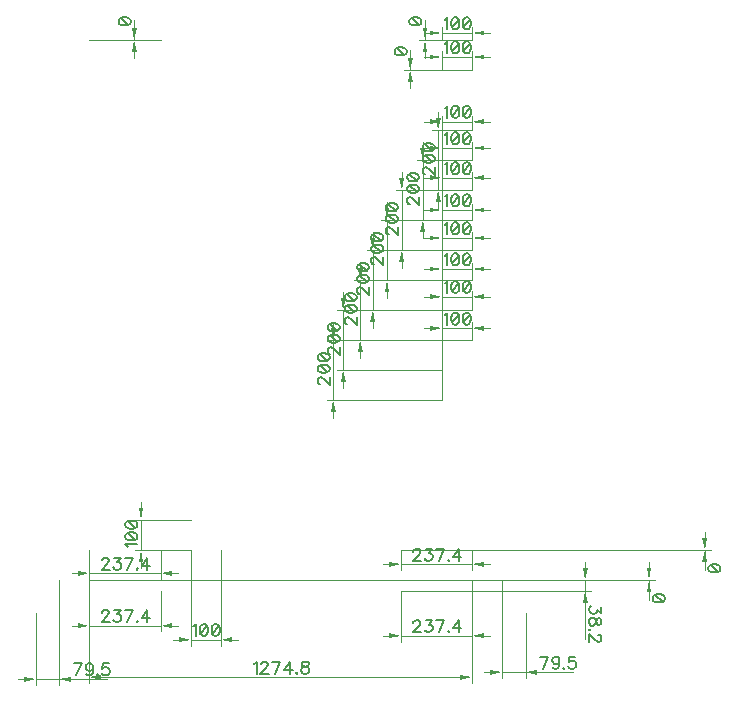
<source format=gbr>
G04 DipTrace 3.0.0.1*
G04 TopDimension.gbr*
%MOIN*%
G04 #@! TF.FileFunction,Drawing,Top*
G04 #@! TF.Part,Single*
%ADD13C,0.001378*%
%ADD40C,0.006176*%
%FSLAX26Y26*%
G04*
G70*
G90*
G75*
G01*
G04 TopDimension*
%LPD*%
X573229Y505118D2*
D13*
Y160630D1*
X1848032Y505118D2*
Y160630D1*
X1210630Y180315D2*
X612599D1*
G36*
X573229D2*
X612599Y188189D1*
Y172441D1*
X573229Y180315D1*
G37*
X1210630D2*
D13*
X1808662D1*
G36*
X1848032D2*
X1808662Y172441D1*
Y188189D1*
X1848032Y180315D1*
G37*
X573229Y505118D2*
D13*
X2458662D1*
X1848032D2*
X2458662D1*
X2438977D2*
D3*
Y564173D2*
Y544488D1*
G36*
Y505118D2*
X2431103Y544488D1*
X2446851D1*
X2438977Y505118D1*
G37*
Y446063D2*
D13*
Y465748D1*
G36*
Y505118D2*
X2446851Y465748D1*
X2431103D1*
X2438977Y505118D1*
G37*
Y438954D2*
D13*
Y505118D1*
X473229D2*
Y154331D1*
X393701Y393701D2*
Y154331D1*
Y174016D2*
X473229D1*
X334646D2*
X354331D1*
G36*
X393701D2*
X354331Y166142D1*
Y181890D1*
X393701Y174016D1*
G37*
X532284D2*
D13*
X512599D1*
G36*
X473229D2*
X512599Y181890D1*
Y166142D1*
X473229Y174016D1*
G37*
X631982D2*
D13*
X473229D1*
X1948032Y505118D2*
Y176772D1*
X2027559Y393701D2*
Y176772D1*
X1948032Y196457D2*
X2027559D1*
X1888977D2*
X1908662D1*
G36*
X1948032D2*
X1908662Y188583D1*
Y204331D1*
X1948032Y196457D1*
G37*
X2086614D2*
D13*
X2066929D1*
G36*
X2027559D2*
X2066929Y204331D1*
Y188583D1*
X2027559Y196457D1*
G37*
X2186313D2*
D13*
X2027559D1*
X910630Y605118D2*
Y285827D1*
X1010630Y605118D2*
Y285827D1*
X910630Y305512D2*
X1010630D1*
X851575D2*
X871260D1*
G36*
X910630D2*
X871260Y297638D1*
Y313386D1*
X910630Y305512D1*
G37*
X1069685D2*
D13*
X1050000D1*
G36*
X1010630D2*
X1050000Y313386D1*
Y297638D1*
X1010630Y305512D1*
G37*
X910630Y705118D2*
D13*
X725591D1*
X910630Y605118D2*
X725591D1*
X745276Y705118D2*
Y605118D1*
Y764173D2*
Y744488D1*
G36*
Y705118D2*
X737402Y744488D1*
X753150D1*
X745276Y705118D1*
G37*
Y546063D2*
D13*
Y565748D1*
G36*
Y605118D2*
X753150Y565748D1*
X737402D1*
X745276Y605118D1*
G37*
X1748032Y2305118D2*
D13*
Y2347638D1*
X1848032Y2305118D2*
Y2347638D1*
X1748032Y2327953D2*
X1848032D1*
X1688977D2*
X1708662D1*
G36*
X1748032D2*
X1708662Y2320079D1*
Y2335827D1*
X1748032Y2327953D1*
G37*
X1907087D2*
D13*
X1887402D1*
G36*
X1848032D2*
X1887402Y2335827D1*
Y2320079D1*
X1848032Y2327953D1*
G37*
X1748032Y2205118D2*
D13*
Y2267717D1*
X1848032Y2205118D2*
Y2267717D1*
X1748032Y2248032D2*
X1848032D1*
X1688977D2*
X1708662D1*
G36*
X1748032D2*
X1708662Y2240158D1*
Y2255906D1*
X1748032Y2248032D1*
G37*
X1907087D2*
D13*
X1887402D1*
G36*
X1848032D2*
X1887402Y2255906D1*
Y2240158D1*
X1848032Y2248032D1*
G37*
X1748032Y1805118D2*
D13*
Y2052362D1*
X1848032Y2005118D2*
Y2052362D1*
X1748032Y2032677D2*
X1848032D1*
X1688977D2*
X1708662D1*
G36*
X1748032D2*
X1708662Y2024803D1*
Y2040551D1*
X1748032Y2032677D1*
G37*
X1907087D2*
D13*
X1887402D1*
G36*
X1848032D2*
X1887402Y2040551D1*
Y2024803D1*
X1848032Y2032677D1*
G37*
X1748032Y1705118D2*
D13*
Y1964173D1*
X1848032Y1905118D2*
Y1964173D1*
X1748032Y1944488D2*
X1848032D1*
X1688977D2*
X1708662D1*
G36*
X1748032D2*
X1708662Y1936614D1*
Y1952362D1*
X1748032Y1944488D1*
G37*
X1907087D2*
D13*
X1887402D1*
G36*
X1848032D2*
X1887402Y1952362D1*
Y1936614D1*
X1848032Y1944488D1*
G37*
X1748032Y1605118D2*
D13*
Y1864961D1*
X1848032Y1805118D2*
Y1864961D1*
X1748032Y1845276D2*
X1848032D1*
X1688977D2*
X1708662D1*
G36*
X1748032D2*
X1708662Y1837402D1*
Y1853150D1*
X1748032Y1845276D1*
G37*
X1907087D2*
D13*
X1887402D1*
G36*
X1848032D2*
X1887402Y1853150D1*
Y1837402D1*
X1848032Y1845276D1*
G37*
X1748032Y1505118D2*
D13*
Y1757874D1*
X1848032Y1705118D2*
Y1757874D1*
X1748032Y1738189D2*
X1848032D1*
X1688977D2*
X1708662D1*
G36*
X1748032D2*
X1708662Y1730315D1*
Y1746063D1*
X1748032Y1738189D1*
G37*
X1907087D2*
D13*
X1887402D1*
G36*
X1848032D2*
X1887402Y1746063D1*
Y1730315D1*
X1848032Y1738189D1*
G37*
X1610630Y605118D2*
D13*
Y537008D1*
X1848032Y605118D2*
Y537008D1*
X1610630Y556693D2*
X1848032D1*
X1551575D2*
X1571260D1*
G36*
X1610630D2*
X1571260Y548819D1*
Y564567D1*
X1610630Y556693D1*
G37*
X1907087D2*
D13*
X1887402D1*
G36*
X1848032D2*
X1887402Y564567D1*
Y548819D1*
X1848032Y556693D1*
G37*
X810630Y605118D2*
D13*
Y507481D1*
X573229Y605118D2*
Y507481D1*
Y527166D2*
X810630D1*
X514173D2*
X533858D1*
G36*
X573229D2*
X533858Y519292D1*
Y535040D1*
X573229Y527166D1*
G37*
X869685D2*
D13*
X850000D1*
G36*
X810630D2*
X850000Y535040D1*
Y519292D1*
X810630Y527166D1*
G37*
Y2305118D2*
D13*
X703544D1*
X573229D2*
X742914D1*
X723229D2*
D3*
Y2364173D2*
Y2344488D1*
G36*
Y2305118D2*
X715355Y2344488D1*
X731103D1*
X723229Y2305118D1*
G37*
Y2246063D2*
D13*
Y2265748D1*
G36*
Y2305118D2*
X731103Y2265748D1*
X715355D1*
X723229Y2305118D1*
G37*
Y2371283D2*
D13*
Y2305118D1*
X1610630Y605118D2*
X2643701D1*
X1848032D2*
X2643701D1*
X2624016D2*
D3*
Y664173D2*
Y644488D1*
G36*
Y605118D2*
X2616142Y644488D1*
X2631890D1*
X2624016Y605118D1*
G37*
Y546063D2*
D13*
Y565748D1*
G36*
Y605118D2*
X2631890Y565748D1*
X2616142D1*
X2624016Y605118D1*
G37*
Y538954D2*
D13*
Y605118D1*
X1748032Y1405118D2*
Y1663780D1*
X1848032Y1605118D2*
Y1663780D1*
X1748032Y1644095D2*
X1848032D1*
X1688977D2*
X1708662D1*
G36*
X1748032D2*
X1708662Y1636221D1*
Y1651969D1*
X1748032Y1644095D1*
G37*
X1907087D2*
D13*
X1887402D1*
G36*
X1848032D2*
X1887402Y1651969D1*
Y1636221D1*
X1848032Y1644095D1*
G37*
X1748032Y1305118D2*
D13*
Y1561024D1*
X1848032Y1505118D2*
Y1561024D1*
X1748032Y1541339D2*
X1848032D1*
X1688977D2*
X1708662D1*
G36*
X1748032D2*
X1708662Y1533465D1*
Y1549213D1*
X1748032Y1541339D1*
G37*
X1907087D2*
D13*
X1887402D1*
G36*
X1848032D2*
X1887402Y1549213D1*
Y1533465D1*
X1848032Y1541339D1*
G37*
X1748032Y1205118D2*
D13*
Y1468504D1*
X1848032Y1405118D2*
Y1468504D1*
X1748032Y1448819D2*
X1848032D1*
X1688977D2*
X1708662D1*
G36*
X1748032D2*
X1708662Y1440945D1*
Y1456693D1*
X1748032Y1448819D1*
G37*
X1907087D2*
D13*
X1887402D1*
G36*
X1848032D2*
X1887402Y1456693D1*
Y1440945D1*
X1848032Y1448819D1*
G37*
X1748032Y1105118D2*
D13*
Y1363386D1*
X1848032Y1305118D2*
Y1363386D1*
X1748032Y1343701D2*
X1848032D1*
X1688977D2*
X1708662D1*
G36*
X1748032D2*
X1708662Y1335827D1*
Y1351575D1*
X1748032Y1343701D1*
G37*
X1907087D2*
D13*
X1887402D1*
G36*
X1848032D2*
X1887402Y1351575D1*
Y1335827D1*
X1848032Y1343701D1*
G37*
X1748032Y2305118D2*
D13*
X1672047D1*
X1848032D2*
X1672047D1*
X1691732D2*
D3*
Y2364173D2*
Y2344488D1*
G36*
Y2305118D2*
X1683858Y2344488D1*
X1699607D1*
X1691732Y2305118D1*
G37*
Y2246063D2*
D13*
Y2265748D1*
G36*
Y2305118D2*
X1699607Y2265748D1*
X1683858D1*
X1691732Y2305118D1*
G37*
Y2371283D2*
D13*
Y2305118D1*
X1848032Y2205118D2*
X1623229D1*
X1748032D2*
X1623229D1*
X1642914D2*
D3*
Y2264173D2*
Y2244488D1*
G36*
Y2205118D2*
X1635040Y2244488D1*
X1650788D1*
X1642914Y2205118D1*
G37*
Y2146063D2*
D13*
Y2165748D1*
G36*
Y2205118D2*
X1650788Y2165748D1*
X1635040D1*
X1642914Y2205118D1*
G37*
Y2271283D2*
D13*
Y2205118D1*
X1848032Y2005118D2*
X1716536D1*
X1748032Y1805118D2*
X1716536D1*
X1736221Y2005118D2*
Y1805118D1*
Y2064173D2*
Y2044488D1*
G36*
Y2005118D2*
X1728347Y2044488D1*
X1744095D1*
X1736221Y2005118D1*
G37*
Y1746063D2*
D13*
Y1765748D1*
G36*
Y1805118D2*
X1744095Y1765748D1*
X1728347D1*
X1736221Y1805118D1*
G37*
X1848032Y1905118D2*
D13*
X1664567D1*
X1748032Y1705118D2*
X1664567D1*
X1684252Y1905118D2*
Y1705118D1*
Y1964173D2*
Y1944488D1*
G36*
Y1905118D2*
X1676378Y1944488D1*
X1692126D1*
X1684252Y1905118D1*
G37*
Y1646063D2*
D13*
Y1665748D1*
G36*
Y1705118D2*
X1692126Y1665748D1*
X1676378D1*
X1684252Y1705118D1*
G37*
X1848032Y1805118D2*
D13*
X1594095D1*
X1748032Y1605118D2*
X1594095D1*
X1613780Y1805118D2*
Y1605118D1*
Y1864173D2*
Y1844488D1*
G36*
Y1805118D2*
X1605906Y1844488D1*
X1621654D1*
X1613780Y1805118D1*
G37*
Y1546063D2*
D13*
Y1565748D1*
G36*
Y1605118D2*
X1621654Y1565748D1*
X1605906D1*
X1613780Y1605118D1*
G37*
X1848032Y1705118D2*
D13*
X1545276D1*
X1748032Y1505118D2*
X1545276D1*
X1564961Y1705118D2*
Y1505118D1*
Y1764173D2*
Y1744488D1*
G36*
Y1705118D2*
X1557087Y1744488D1*
X1572835D1*
X1564961Y1705118D1*
G37*
Y1446063D2*
D13*
Y1465748D1*
G36*
Y1505118D2*
X1572835Y1465748D1*
X1557087D1*
X1564961Y1505118D1*
G37*
X1848032Y1605118D2*
D13*
X1498032D1*
X1748032Y1405118D2*
X1498032D1*
X1517717Y1605118D2*
Y1405118D1*
Y1664173D2*
Y1644488D1*
G36*
Y1605118D2*
X1509843Y1644488D1*
X1525591D1*
X1517717Y1605118D1*
G37*
Y1346063D2*
D13*
Y1365748D1*
G36*
Y1405118D2*
X1525591Y1365748D1*
X1509843D1*
X1517717Y1405118D1*
G37*
X1848032Y1505118D2*
D13*
X1456693D1*
X1748032Y1305118D2*
X1456693D1*
X1476378Y1505118D2*
Y1305118D1*
Y1564173D2*
Y1544488D1*
G36*
Y1505118D2*
X1468504Y1544488D1*
X1484252D1*
X1476378Y1505118D1*
G37*
Y1246063D2*
D13*
Y1265748D1*
G36*
Y1305118D2*
X1484252Y1265748D1*
X1468504D1*
X1476378Y1305118D1*
G37*
X1848032Y1405118D2*
D13*
X1400000D1*
X1748032Y1205118D2*
X1400000D1*
X1419685Y1405118D2*
Y1205118D1*
Y1464173D2*
Y1444488D1*
G36*
Y1405118D2*
X1411811Y1444488D1*
X1427559D1*
X1419685Y1405118D1*
G37*
Y1146063D2*
D13*
Y1165748D1*
G36*
Y1205118D2*
X1427559Y1165748D1*
X1411811D1*
X1419685Y1205118D1*
G37*
X1848032Y1305118D2*
D13*
X1366536D1*
X1748032Y1105118D2*
X1366536D1*
X1386221Y1305118D2*
Y1105118D1*
Y1364173D2*
Y1344488D1*
G36*
Y1305118D2*
X1378347Y1344488D1*
X1394095D1*
X1386221Y1305118D1*
G37*
Y1046063D2*
D13*
Y1065748D1*
G36*
Y1105118D2*
X1394095Y1065748D1*
X1378347D1*
X1386221Y1105118D1*
G37*
X1848032Y505118D2*
D13*
X2246457D1*
X1610630Y466929D2*
X2246457D1*
X2226772Y505118D2*
Y466929D1*
Y564173D2*
Y544488D1*
G36*
Y505118D2*
X2218898Y544488D1*
X2234646D1*
X2226772Y505118D1*
G37*
Y407874D2*
D13*
Y427559D1*
G36*
Y466929D2*
X2234646Y427559D1*
X2218898D1*
X2226772Y466929D1*
G37*
Y306319D2*
D13*
Y505118D1*
X810630Y466929D2*
Y333071D1*
X573229Y505118D2*
Y333071D1*
Y352756D2*
X810630D1*
X514173D2*
X533858D1*
G36*
X573229D2*
X533858Y344882D1*
Y360630D1*
X573229Y352756D1*
G37*
X869685D2*
D13*
X850000D1*
G36*
X810630D2*
X850000Y360630D1*
Y344882D1*
X810630Y352756D1*
G37*
X1610630Y466929D2*
D13*
Y299213D1*
X1848032Y505118D2*
Y299213D1*
X1610630Y318898D2*
X1848032D1*
X1551575D2*
X1571260D1*
G36*
X1610630D2*
X1571260Y311024D1*
Y326772D1*
X1610630Y318898D1*
G37*
X1907087D2*
D13*
X1887402D1*
G36*
X1848032D2*
X1887402Y326772D1*
Y311024D1*
X1848032Y318898D1*
G37*
X1121601Y225024D2*
D40*
X1125448Y226970D1*
X1131196Y232674D1*
Y192526D1*
X1145493Y223123D2*
Y225024D1*
X1147394Y228871D1*
X1149295Y230772D1*
X1153142Y232674D1*
X1160791D1*
X1164594Y230772D1*
X1166495Y228871D1*
X1168440Y225024D1*
Y221222D1*
X1166495Y217375D1*
X1162692Y211671D1*
X1143547Y192526D1*
X1170342D1*
X1190342D2*
X1209488Y232674D1*
X1182693D1*
X1240985Y192526D2*
Y232674D1*
X1221839Y205923D1*
X1250535D1*
X1264788Y196373D2*
X1262887Y194427D1*
X1264788Y192526D1*
X1266733Y194427D1*
X1264788Y196373D1*
X1288635Y232674D2*
X1282931Y230772D1*
X1280986Y226970D1*
Y223123D1*
X1282931Y219321D1*
X1286734Y217375D1*
X1294383Y215474D1*
X1300131Y213573D1*
X1303934Y209726D1*
X1305835Y205923D1*
Y200175D1*
X1303934Y196373D1*
X1302033Y194427D1*
X1296285Y192526D1*
X1288635D1*
X1282931Y194427D1*
X1280986Y196373D1*
X1279085Y200175D1*
Y205923D1*
X1280986Y209726D1*
X1284833Y213573D1*
X1290537Y215474D1*
X1298186Y217375D1*
X1302033Y219321D1*
X1303934Y223123D1*
Y226970D1*
X1302033Y230772D1*
X1296285Y232674D1*
X1288635D1*
X2491335Y444989D2*
X2489434Y450737D1*
X2483686Y454583D1*
X2474135Y456485D1*
X2468387D1*
X2458837Y454583D1*
X2453089Y450737D1*
X2451187Y444989D1*
Y441186D1*
X2453089Y435438D1*
X2458837Y431636D1*
X2468387Y429690D1*
X2474135D1*
X2483686Y431636D1*
X2489434Y435438D1*
X2491335Y441186D1*
Y444989D1*
X2483686Y431636D2*
X2458837Y454583D1*
X529511Y186227D2*
X548657Y226375D1*
X521862D1*
X585902Y213021D2*
X583956Y207273D1*
X580154Y203427D1*
X574406Y201525D1*
X572504D1*
X566756Y203427D1*
X562954Y207273D1*
X561008Y213021D1*
Y214923D1*
X562954Y220671D1*
X566756Y224473D1*
X572504Y226375D1*
X574406D1*
X580154Y224473D1*
X583956Y220671D1*
X585902Y213021D1*
Y203427D1*
X583956Y193876D1*
X580154Y188128D1*
X574406Y186227D1*
X570603D1*
X564855Y188128D1*
X562954Y191975D1*
X600154Y190073D2*
X598253Y188128D1*
X600154Y186227D1*
X602100Y188128D1*
X600154Y190073D1*
X637399Y226375D2*
X618298D1*
X616397Y209175D1*
X618298Y211076D1*
X624046Y213021D1*
X629750D1*
X635498Y211076D1*
X639345Y207273D1*
X641246Y201525D1*
Y197723D1*
X639345Y191975D1*
X635498Y188128D1*
X629750Y186227D1*
X624046D1*
X618298Y188128D1*
X616397Y190073D1*
X614451Y193876D1*
X2083842Y208668D2*
X2102988Y248815D1*
X2076193D1*
X2140232Y235462D2*
X2138287Y229714D1*
X2134484Y225868D1*
X2128736Y223966D1*
X2126835D1*
X2121087Y225868D1*
X2117284Y229714D1*
X2115339Y235462D1*
Y237364D1*
X2117284Y243112D1*
X2121087Y246914D1*
X2126835Y248815D1*
X2128736D1*
X2134484Y246914D1*
X2138287Y243112D1*
X2140232Y235462D1*
Y225868D1*
X2138287Y216317D1*
X2134484Y210569D1*
X2128736Y208668D1*
X2124934D1*
X2119186Y210569D1*
X2117284Y214416D1*
X2154485Y212514D2*
X2152584Y210569D1*
X2154485Y208668D1*
X2156431Y210569D1*
X2154485Y212514D1*
X2191730Y248815D2*
X2172629D1*
X2170727Y231616D1*
X2172629Y233517D1*
X2178377Y235462D1*
X2184081D1*
X2189829Y233517D1*
X2193675Y229714D1*
X2195577Y223966D1*
Y220164D1*
X2193675Y214416D1*
X2189829Y210569D1*
X2184081Y208668D1*
X2178377D1*
X2172629Y210569D1*
X2170727Y212514D1*
X2168782Y216317D1*
X919775Y350221D2*
X923621Y352167D1*
X929369Y357871D1*
Y317723D1*
X953217Y357871D2*
X947469Y355969D1*
X943622Y350221D1*
X941721Y340671D1*
Y334923D1*
X943622Y325372D1*
X947469Y319624D1*
X953217Y317723D1*
X957019D1*
X962767Y319624D1*
X966570Y325372D1*
X968515Y334923D1*
Y340671D1*
X966570Y350221D1*
X962767Y355969D1*
X957019Y357871D1*
X953217D1*
X966570Y350221D2*
X943622Y325372D1*
X992363Y357871D2*
X986615Y355969D1*
X982768Y350221D1*
X980867Y340671D1*
Y334923D1*
X982768Y325372D1*
X986615Y319624D1*
X992363Y317723D1*
X996165D1*
X1001913Y319624D1*
X1005716Y325372D1*
X1007661Y334923D1*
Y340671D1*
X1005716Y350221D1*
X1001913Y355969D1*
X996165Y357871D1*
X992363D1*
X1005716Y350221D2*
X982768Y325372D1*
X700567Y614263D2*
X698621Y618109D1*
X692917Y623858D1*
X733065D1*
X692917Y647705D2*
X694819Y641957D1*
X700567Y638110D1*
X710117Y636209D1*
X715865D1*
X725416Y638110D1*
X731164Y641957D1*
X733065Y647705D1*
Y651508D1*
X731164Y657256D1*
X725416Y661058D1*
X715865Y663004D1*
X710117D1*
X700567Y661058D1*
X694819Y657256D1*
X692917Y651508D1*
Y647705D1*
X700567Y661058D2*
X725416Y638110D1*
X692917Y686851D2*
X694819Y681103D1*
X700567Y677256D1*
X710117Y675355D1*
X715865D1*
X725416Y677256D1*
X731164Y681103D1*
X733065Y686851D1*
Y690654D1*
X731164Y696402D1*
X725416Y700204D1*
X715865Y702150D1*
X710117D1*
X700567Y700204D1*
X694819Y696402D1*
X692917Y690654D1*
Y686851D1*
X700567Y700204D2*
X725416Y677256D1*
X1757176Y2372662D2*
X1761023Y2374608D1*
X1766771Y2380312D1*
Y2340164D1*
X1790618Y2380312D2*
X1784870Y2378410D1*
X1781024Y2372662D1*
X1779122Y2363112D1*
Y2357364D1*
X1781024Y2347813D1*
X1784870Y2342065D1*
X1790618Y2340164D1*
X1794421D1*
X1800169Y2342065D1*
X1803971Y2347813D1*
X1805917Y2357364D1*
Y2363112D1*
X1803971Y2372662D1*
X1800169Y2378410D1*
X1794421Y2380312D1*
X1790618D1*
X1803971Y2372662D2*
X1781024Y2347813D1*
X1829764Y2380312D2*
X1824016Y2378410D1*
X1820170Y2372662D1*
X1818268Y2363112D1*
Y2357364D1*
X1820170Y2347813D1*
X1824016Y2342065D1*
X1829764Y2340164D1*
X1833567D1*
X1839315Y2342065D1*
X1843118Y2347813D1*
X1845063Y2357364D1*
Y2363112D1*
X1843118Y2372662D1*
X1839315Y2378410D1*
X1833567Y2380312D1*
X1829764D1*
X1843118Y2372662D2*
X1820170Y2347813D1*
X1757176Y2292741D2*
X1761023Y2294686D1*
X1766771Y2300390D1*
Y2260242D1*
X1790618Y2300390D2*
X1784870Y2298489D1*
X1781024Y2292741D1*
X1779122Y2283190D1*
Y2277442D1*
X1781024Y2267892D1*
X1784870Y2262144D1*
X1790618Y2260242D1*
X1794421D1*
X1800169Y2262144D1*
X1803971Y2267892D1*
X1805917Y2277442D1*
Y2283190D1*
X1803971Y2292741D1*
X1800169Y2298489D1*
X1794421Y2300390D1*
X1790618D1*
X1803971Y2292741D2*
X1781024Y2267892D1*
X1829764Y2300390D2*
X1824016Y2298489D1*
X1820170Y2292741D1*
X1818268Y2283190D1*
Y2277442D1*
X1820170Y2267892D1*
X1824016Y2262144D1*
X1829764Y2260242D1*
X1833567D1*
X1839315Y2262144D1*
X1843118Y2267892D1*
X1845063Y2277442D1*
Y2283190D1*
X1843118Y2292741D1*
X1839315Y2298489D1*
X1833567Y2300390D1*
X1829764D1*
X1843118Y2292741D2*
X1820170Y2267892D1*
X1757176Y2077387D2*
X1761023Y2079332D1*
X1766771Y2085036D1*
Y2044888D1*
X1790618Y2085036D2*
X1784870Y2083135D1*
X1781024Y2077387D1*
X1779122Y2067836D1*
Y2062088D1*
X1781024Y2052537D1*
X1784870Y2046789D1*
X1790618Y2044888D1*
X1794421D1*
X1800169Y2046789D1*
X1803971Y2052537D1*
X1805917Y2062088D1*
Y2067836D1*
X1803971Y2077387D1*
X1800169Y2083135D1*
X1794421Y2085036D1*
X1790618D1*
X1803971Y2077387D2*
X1781024Y2052537D1*
X1829764Y2085036D2*
X1824016Y2083135D1*
X1820170Y2077387D1*
X1818268Y2067836D1*
Y2062088D1*
X1820170Y2052537D1*
X1824016Y2046789D1*
X1829764Y2044888D1*
X1833567D1*
X1839315Y2046789D1*
X1843118Y2052537D1*
X1845063Y2062088D1*
Y2067836D1*
X1843118Y2077387D1*
X1839315Y2083135D1*
X1833567Y2085036D1*
X1829764D1*
X1843118Y2077387D2*
X1820170Y2052537D1*
X1757176Y1989198D2*
X1761023Y1991143D1*
X1766771Y1996847D1*
Y1956699D1*
X1790618Y1996847D2*
X1784870Y1994946D1*
X1781024Y1989198D1*
X1779122Y1979647D1*
Y1973899D1*
X1781024Y1964348D1*
X1784870Y1958600D1*
X1790618Y1956699D1*
X1794421D1*
X1800169Y1958600D1*
X1803971Y1964348D1*
X1805917Y1973899D1*
Y1979647D1*
X1803971Y1989198D1*
X1800169Y1994946D1*
X1794421Y1996847D1*
X1790618D1*
X1803971Y1989198D2*
X1781024Y1964348D1*
X1829764Y1996847D2*
X1824016Y1994946D1*
X1820170Y1989198D1*
X1818268Y1979647D1*
Y1973899D1*
X1820170Y1964348D1*
X1824016Y1958600D1*
X1829764Y1956699D1*
X1833567D1*
X1839315Y1958600D1*
X1843118Y1964348D1*
X1845063Y1973899D1*
Y1979647D1*
X1843118Y1989198D1*
X1839315Y1994946D1*
X1833567Y1996847D1*
X1829764D1*
X1843118Y1989198D2*
X1820170Y1964348D1*
X1757176Y1889985D2*
X1761023Y1891931D1*
X1766771Y1897634D1*
Y1857487D1*
X1790618Y1897634D2*
X1784870Y1895733D1*
X1781024Y1889985D1*
X1779122Y1880434D1*
Y1874686D1*
X1781024Y1865136D1*
X1784870Y1859388D1*
X1790618Y1857487D1*
X1794421D1*
X1800169Y1859388D1*
X1803971Y1865136D1*
X1805917Y1874686D1*
Y1880434D1*
X1803971Y1889985D1*
X1800169Y1895733D1*
X1794421Y1897634D1*
X1790618D1*
X1803971Y1889985D2*
X1781024Y1865136D1*
X1829764Y1897634D2*
X1824016Y1895733D1*
X1820170Y1889985D1*
X1818268Y1880434D1*
Y1874686D1*
X1820170Y1865136D1*
X1824016Y1859388D1*
X1829764Y1857487D1*
X1833567D1*
X1839315Y1859388D1*
X1843118Y1865136D1*
X1845063Y1874686D1*
Y1880434D1*
X1843118Y1889985D1*
X1839315Y1895733D1*
X1833567Y1897634D1*
X1829764D1*
X1843118Y1889985D2*
X1820170Y1865136D1*
X1757176Y1782898D2*
X1761023Y1784844D1*
X1766771Y1790548D1*
Y1750400D1*
X1790618Y1790548D2*
X1784870Y1788646D1*
X1781024Y1782898D1*
X1779122Y1773348D1*
Y1767600D1*
X1781024Y1758049D1*
X1784870Y1752301D1*
X1790618Y1750400D1*
X1794421D1*
X1800169Y1752301D1*
X1803971Y1758049D1*
X1805917Y1767600D1*
Y1773348D1*
X1803971Y1782898D1*
X1800169Y1788646D1*
X1794421Y1790548D1*
X1790618D1*
X1803971Y1782898D2*
X1781024Y1758049D1*
X1829764Y1790548D2*
X1824016Y1788646D1*
X1820170Y1782898D1*
X1818268Y1773348D1*
Y1767600D1*
X1820170Y1758049D1*
X1824016Y1752301D1*
X1829764Y1750400D1*
X1833567D1*
X1839315Y1752301D1*
X1843118Y1758049D1*
X1845063Y1767600D1*
Y1773348D1*
X1843118Y1782898D1*
X1839315Y1788646D1*
X1833567Y1790548D1*
X1829764D1*
X1843118Y1782898D2*
X1820170Y1758049D1*
X1653198Y599501D2*
Y601402D1*
X1655099Y605249D1*
X1657001Y607150D1*
X1660847Y609052D1*
X1668497D1*
X1672299Y607150D1*
X1674201Y605249D1*
X1676146Y601402D1*
Y597600D1*
X1674201Y593753D1*
X1670398Y588049D1*
X1651253Y568904D1*
X1678047D1*
X1694245Y609052D2*
X1715248D1*
X1703796Y593753D1*
X1709544D1*
X1713347Y591852D1*
X1715248Y589951D1*
X1717193Y584202D1*
Y580400D1*
X1715248Y574652D1*
X1711445Y570805D1*
X1705697Y568904D1*
X1699949D1*
X1694245Y570805D1*
X1692344Y572751D1*
X1690399Y576553D1*
X1737194Y568904D2*
X1756339Y609052D1*
X1729545D1*
X1770592Y572751D2*
X1768691Y570805D1*
X1770592Y568904D1*
X1772538Y570805D1*
X1770592Y572751D1*
X1804034Y568904D2*
Y609052D1*
X1784889Y582301D1*
X1813585D1*
X615797Y569974D2*
Y571875D1*
X617698Y575722D1*
X619599Y577623D1*
X623446Y579524D1*
X631095D1*
X634898Y577623D1*
X636799Y575722D1*
X638744Y571875D1*
Y568072D1*
X636799Y564226D1*
X632996Y558522D1*
X613851Y539376D1*
X640646D1*
X656844Y579524D2*
X677846D1*
X666394Y564226D1*
X672142D1*
X675945Y562324D1*
X677846Y560423D1*
X679792Y554675D1*
Y550872D1*
X677846Y545124D1*
X674044Y541278D1*
X668296Y539376D1*
X662548D1*
X656844Y541278D1*
X654943Y543223D1*
X652997Y547026D1*
X699792Y539376D2*
X718938Y579524D1*
X692143D1*
X733191Y543223D2*
X731289Y541278D1*
X733191Y539376D1*
X735136Y541278D1*
X733191Y543223D1*
X766633Y539376D2*
Y579524D1*
X747487Y552774D1*
X776183D1*
X670870Y2365248D2*
X672771Y2359500D1*
X678519Y2355653D1*
X688070Y2353752D1*
X693818D1*
X703368Y2355653D1*
X709117Y2359500D1*
X711018Y2365248D1*
Y2369051D1*
X709117Y2374799D1*
X703368Y2378601D1*
X693818Y2380547D1*
X688070D1*
X678519Y2378601D1*
X672771Y2374799D1*
X670870Y2369051D1*
Y2365248D1*
X678519Y2378601D2*
X703368Y2355653D1*
X2676375Y544989D2*
X2674473Y550737D1*
X2668725Y554583D1*
X2659175Y556485D1*
X2653427D1*
X2643876Y554583D1*
X2638128Y550737D1*
X2636227Y544989D1*
Y541186D1*
X2638128Y535438D1*
X2643876Y531636D1*
X2653427Y529690D1*
X2659175D1*
X2668725Y531636D1*
X2674473Y535438D1*
X2676375Y541186D1*
Y544989D1*
X2668725Y531636D2*
X2643876Y554583D1*
X1757176Y1688804D2*
X1761023Y1690749D1*
X1766771Y1696453D1*
Y1656305D1*
X1790618Y1696453D2*
X1784870Y1694552D1*
X1781024Y1688804D1*
X1779122Y1679253D1*
Y1673505D1*
X1781024Y1663955D1*
X1784870Y1658207D1*
X1790618Y1656305D1*
X1794421D1*
X1800169Y1658207D1*
X1803971Y1663955D1*
X1805917Y1673505D1*
Y1679253D1*
X1803971Y1688804D1*
X1800169Y1694552D1*
X1794421Y1696453D1*
X1790618D1*
X1803971Y1688804D2*
X1781024Y1663955D1*
X1829764Y1696453D2*
X1824016Y1694552D1*
X1820170Y1688804D1*
X1818268Y1679253D1*
Y1673505D1*
X1820170Y1663955D1*
X1824016Y1658207D1*
X1829764Y1656305D1*
X1833567D1*
X1839315Y1658207D1*
X1843118Y1663955D1*
X1845063Y1673505D1*
Y1679253D1*
X1843118Y1688804D1*
X1839315Y1694552D1*
X1833567Y1696453D1*
X1829764D1*
X1843118Y1688804D2*
X1820170Y1663955D1*
X1757176Y1586048D2*
X1761023Y1587994D1*
X1766771Y1593697D1*
Y1553550D1*
X1790618Y1593697D2*
X1784870Y1591796D1*
X1781024Y1586048D1*
X1779122Y1576497D1*
Y1570749D1*
X1781024Y1561199D1*
X1784870Y1555451D1*
X1790618Y1553550D1*
X1794421D1*
X1800169Y1555451D1*
X1803971Y1561199D1*
X1805917Y1570749D1*
Y1576497D1*
X1803971Y1586048D1*
X1800169Y1591796D1*
X1794421Y1593697D1*
X1790618D1*
X1803971Y1586048D2*
X1781024Y1561199D1*
X1829764Y1593697D2*
X1824016Y1591796D1*
X1820170Y1586048D1*
X1818268Y1576497D1*
Y1570749D1*
X1820170Y1561199D1*
X1824016Y1555451D1*
X1829764Y1553550D1*
X1833567D1*
X1839315Y1555451D1*
X1843118Y1561199D1*
X1845063Y1570749D1*
Y1576497D1*
X1843118Y1586048D1*
X1839315Y1591796D1*
X1833567Y1593697D1*
X1829764D1*
X1843118Y1586048D2*
X1820170Y1561199D1*
X1757176Y1493528D2*
X1761023Y1495474D1*
X1766771Y1501178D1*
Y1461030D1*
X1790618Y1501178D2*
X1784870Y1499276D1*
X1781024Y1493528D1*
X1779122Y1483978D1*
Y1478230D1*
X1781024Y1468679D1*
X1784870Y1462931D1*
X1790618Y1461030D1*
X1794421D1*
X1800169Y1462931D1*
X1803971Y1468679D1*
X1805917Y1478230D1*
Y1483978D1*
X1803971Y1493528D1*
X1800169Y1499276D1*
X1794421Y1501178D1*
X1790618D1*
X1803971Y1493528D2*
X1781024Y1468679D1*
X1829764Y1501178D2*
X1824016Y1499276D1*
X1820170Y1493528D1*
X1818268Y1483978D1*
Y1478230D1*
X1820170Y1468679D1*
X1824016Y1462931D1*
X1829764Y1461030D1*
X1833567D1*
X1839315Y1462931D1*
X1843118Y1468679D1*
X1845063Y1478230D1*
Y1483978D1*
X1843118Y1493528D1*
X1839315Y1499276D1*
X1833567Y1501178D1*
X1829764D1*
X1843118Y1493528D2*
X1820170Y1468679D1*
X1757176Y1388410D2*
X1761023Y1390356D1*
X1766771Y1396060D1*
Y1355912D1*
X1790618Y1396060D2*
X1784870Y1394158D1*
X1781024Y1388410D1*
X1779122Y1378860D1*
Y1373112D1*
X1781024Y1363561D1*
X1784870Y1357813D1*
X1790618Y1355912D1*
X1794421D1*
X1800169Y1357813D1*
X1803971Y1363561D1*
X1805917Y1373112D1*
Y1378860D1*
X1803971Y1388410D1*
X1800169Y1394158D1*
X1794421Y1396060D1*
X1790618D1*
X1803971Y1388410D2*
X1781024Y1363561D1*
X1829764Y1396060D2*
X1824016Y1394158D1*
X1820170Y1388410D1*
X1818268Y1378860D1*
Y1373112D1*
X1820170Y1363561D1*
X1824016Y1357813D1*
X1829764Y1355912D1*
X1833567D1*
X1839315Y1357813D1*
X1843118Y1363561D1*
X1845063Y1373112D1*
Y1378860D1*
X1843118Y1388410D1*
X1839315Y1394158D1*
X1833567Y1396060D1*
X1829764D1*
X1843118Y1388410D2*
X1820170Y1363561D1*
X1639374Y2365248D2*
X1641275Y2359500D1*
X1647023Y2355653D1*
X1656574Y2353752D1*
X1662322D1*
X1671872Y2355653D1*
X1677620Y2359500D1*
X1679522Y2365248D1*
Y2369051D1*
X1677620Y2374799D1*
X1671872Y2378601D1*
X1662322Y2380547D1*
X1656574D1*
X1647023Y2378601D1*
X1641275Y2374799D1*
X1639374Y2369051D1*
Y2365248D1*
X1647023Y2378601D2*
X1671872Y2355653D1*
X1590555Y2265248D2*
X1592456Y2259500D1*
X1598204Y2255653D1*
X1607755Y2253752D1*
X1613503D1*
X1623054Y2255653D1*
X1628802Y2259500D1*
X1630703Y2265248D1*
Y2269051D1*
X1628802Y2274799D1*
X1623054Y2278601D1*
X1613503Y2280547D1*
X1607755D1*
X1598204Y2278601D1*
X1592456Y2274799D1*
X1590555Y2269051D1*
Y2265248D1*
X1598204Y2278601D2*
X1623054Y2255653D1*
X1693413Y1857608D2*
X1691511D1*
X1687665Y1859510D1*
X1685763Y1861411D1*
X1683862Y1865258D1*
Y1872907D1*
X1685763Y1876709D1*
X1687665Y1878611D1*
X1691511Y1880556D1*
X1695314D1*
X1699161Y1878611D1*
X1704865Y1874808D1*
X1724010Y1855663D1*
Y1882457D1*
X1683862Y1906305D2*
X1685763Y1900557D1*
X1691511Y1896710D1*
X1701062Y1894809D1*
X1706810D1*
X1716361Y1896710D1*
X1722109Y1900557D1*
X1724010Y1906305D1*
Y1910107D1*
X1722109Y1915855D1*
X1716361Y1919658D1*
X1706810Y1921604D1*
X1701062D1*
X1691511Y1919658D1*
X1685763Y1915855D1*
X1683862Y1910107D1*
Y1906305D1*
X1691511Y1919658D2*
X1716361Y1896710D1*
X1683862Y1945451D2*
X1685763Y1939703D1*
X1691511Y1935856D1*
X1701062Y1933955D1*
X1706810D1*
X1716361Y1935856D1*
X1722109Y1939703D1*
X1724010Y1945451D1*
Y1949254D1*
X1722109Y1955002D1*
X1716361Y1958804D1*
X1706810Y1960750D1*
X1701062D1*
X1691511Y1958804D1*
X1685763Y1955002D1*
X1683862Y1949254D1*
Y1945451D1*
X1691511Y1958804D2*
X1716361Y1935856D1*
X1641444Y1757608D2*
X1639543D1*
X1635696Y1759510D1*
X1633795Y1761411D1*
X1631894Y1765258D1*
Y1772907D1*
X1633795Y1776709D1*
X1635696Y1778611D1*
X1639543Y1780556D1*
X1643345D1*
X1647192Y1778611D1*
X1652896Y1774808D1*
X1672041Y1755663D1*
Y1782457D1*
X1631894Y1806305D2*
X1633795Y1800557D1*
X1639543Y1796710D1*
X1649094Y1794809D1*
X1654842D1*
X1664392Y1796710D1*
X1670140Y1800557D1*
X1672041Y1806305D1*
Y1810107D1*
X1670140Y1815855D1*
X1664392Y1819658D1*
X1654842Y1821604D1*
X1649094D1*
X1639543Y1819658D1*
X1633795Y1815855D1*
X1631894Y1810107D1*
Y1806305D1*
X1639543Y1819658D2*
X1664392Y1796710D1*
X1631894Y1845451D2*
X1633795Y1839703D1*
X1639543Y1835856D1*
X1649094Y1833955D1*
X1654842D1*
X1664392Y1835856D1*
X1670140Y1839703D1*
X1672041Y1845451D1*
Y1849254D1*
X1670140Y1855002D1*
X1664392Y1858804D1*
X1654842Y1860750D1*
X1649094D1*
X1639543Y1858804D1*
X1633795Y1855002D1*
X1631894Y1849254D1*
Y1845451D1*
X1639543Y1858804D2*
X1664392Y1835856D1*
X1570972Y1657608D2*
X1569070D1*
X1565224Y1659510D1*
X1563322Y1661411D1*
X1561421Y1665258D1*
Y1672907D1*
X1563322Y1676709D1*
X1565224Y1678611D1*
X1569070Y1680556D1*
X1572873D1*
X1576720Y1678611D1*
X1582424Y1674808D1*
X1601569Y1655663D1*
Y1682457D1*
X1561421Y1706305D2*
X1563322Y1700557D1*
X1569070Y1696710D1*
X1578621Y1694809D1*
X1584369D1*
X1593920Y1696710D1*
X1599668Y1700557D1*
X1601569Y1706305D1*
Y1710107D1*
X1599668Y1715855D1*
X1593920Y1719658D1*
X1584369Y1721604D1*
X1578621D1*
X1569070Y1719658D1*
X1563322Y1715855D1*
X1561421Y1710107D1*
Y1706305D1*
X1569070Y1719658D2*
X1593920Y1696710D1*
X1561421Y1745451D2*
X1563322Y1739703D1*
X1569070Y1735856D1*
X1578621Y1733955D1*
X1584369D1*
X1593920Y1735856D1*
X1599668Y1739703D1*
X1601569Y1745451D1*
Y1749254D1*
X1599668Y1755002D1*
X1593920Y1758804D1*
X1584369Y1760750D1*
X1578621D1*
X1569070Y1758804D1*
X1563322Y1755002D1*
X1561421Y1749254D1*
Y1745451D1*
X1569070Y1758804D2*
X1593920Y1735856D1*
X1522153Y1557608D2*
X1520252D1*
X1516405Y1559510D1*
X1514504Y1561411D1*
X1512602Y1565258D1*
Y1572907D1*
X1514504Y1576709D1*
X1516405Y1578611D1*
X1520252Y1580556D1*
X1524054D1*
X1527901Y1578611D1*
X1533605Y1574808D1*
X1552750Y1555663D1*
Y1582457D1*
X1512602Y1606305D2*
X1514504Y1600557D1*
X1520252Y1596710D1*
X1529802Y1594809D1*
X1535550D1*
X1545101Y1596710D1*
X1550849Y1600557D1*
X1552750Y1606305D1*
Y1610107D1*
X1550849Y1615855D1*
X1545101Y1619658D1*
X1535550Y1621604D1*
X1529802D1*
X1520252Y1619658D1*
X1514504Y1615855D1*
X1512602Y1610107D1*
Y1606305D1*
X1520252Y1619658D2*
X1545101Y1596710D1*
X1512602Y1645451D2*
X1514504Y1639703D1*
X1520252Y1635856D1*
X1529802Y1633955D1*
X1535550D1*
X1545101Y1635856D1*
X1550849Y1639703D1*
X1552750Y1645451D1*
Y1649254D1*
X1550849Y1655002D1*
X1545101Y1658804D1*
X1535550Y1660750D1*
X1529802D1*
X1520252Y1658804D1*
X1514504Y1655002D1*
X1512602Y1649254D1*
Y1645451D1*
X1520252Y1658804D2*
X1545101Y1635856D1*
X1474909Y1457608D2*
X1473008D1*
X1469161Y1459510D1*
X1467259Y1461411D1*
X1465358Y1465258D1*
Y1472907D1*
X1467259Y1476709D1*
X1469161Y1478611D1*
X1473008Y1480556D1*
X1476810D1*
X1480657Y1478611D1*
X1486361Y1474808D1*
X1505506Y1455663D1*
Y1482457D1*
X1465358Y1506305D2*
X1467259Y1500557D1*
X1473008Y1496710D1*
X1482558Y1494809D1*
X1488306D1*
X1497857Y1496710D1*
X1503605Y1500557D1*
X1505506Y1506305D1*
Y1510107D1*
X1503605Y1515855D1*
X1497857Y1519658D1*
X1488306Y1521604D1*
X1482558D1*
X1473008Y1519658D1*
X1467259Y1515855D1*
X1465358Y1510107D1*
Y1506305D1*
X1473008Y1519658D2*
X1497857Y1496710D1*
X1465358Y1545451D2*
X1467259Y1539703D1*
X1473008Y1535856D1*
X1482558Y1533955D1*
X1488306D1*
X1497857Y1535856D1*
X1503605Y1539703D1*
X1505506Y1545451D1*
Y1549254D1*
X1503605Y1555002D1*
X1497857Y1558804D1*
X1488306Y1560750D1*
X1482558D1*
X1473008Y1558804D1*
X1467259Y1555002D1*
X1465358Y1549254D1*
Y1545451D1*
X1473008Y1558804D2*
X1497857Y1535856D1*
X1433570Y1357608D2*
X1431669D1*
X1427822Y1359510D1*
X1425921Y1361411D1*
X1424020Y1365258D1*
Y1372907D1*
X1425921Y1376709D1*
X1427822Y1378611D1*
X1431669Y1380556D1*
X1435471D1*
X1439318Y1378611D1*
X1445022Y1374808D1*
X1464167Y1355663D1*
Y1382457D1*
X1424020Y1406305D2*
X1425921Y1400557D1*
X1431669Y1396710D1*
X1441219Y1394809D1*
X1446968D1*
X1456518Y1396710D1*
X1462266Y1400557D1*
X1464167Y1406305D1*
Y1410107D1*
X1462266Y1415855D1*
X1456518Y1419658D1*
X1446968Y1421604D1*
X1441219D1*
X1431669Y1419658D1*
X1425921Y1415855D1*
X1424020Y1410107D1*
Y1406305D1*
X1431669Y1419658D2*
X1456518Y1396710D1*
X1424020Y1445451D2*
X1425921Y1439703D1*
X1431669Y1435856D1*
X1441219Y1433955D1*
X1446968D1*
X1456518Y1435856D1*
X1462266Y1439703D1*
X1464167Y1445451D1*
Y1449254D1*
X1462266Y1455002D1*
X1456518Y1458804D1*
X1446968Y1460750D1*
X1441219D1*
X1431669Y1458804D1*
X1425921Y1455002D1*
X1424020Y1449254D1*
Y1445451D1*
X1431669Y1458804D2*
X1456518Y1435856D1*
X1376877Y1257608D2*
X1374976D1*
X1371129Y1259510D1*
X1369228Y1261411D1*
X1367327Y1265258D1*
Y1272907D1*
X1369228Y1276709D1*
X1371129Y1278611D1*
X1374976Y1280556D1*
X1378779D1*
X1382625Y1278611D1*
X1388329Y1274808D1*
X1407474Y1255663D1*
Y1282457D1*
X1367327Y1306305D2*
X1369228Y1300557D1*
X1374976Y1296710D1*
X1384527Y1294809D1*
X1390275D1*
X1399825Y1296710D1*
X1405573Y1300557D1*
X1407474Y1306305D1*
Y1310107D1*
X1405573Y1315855D1*
X1399825Y1319658D1*
X1390275Y1321604D1*
X1384527D1*
X1374976Y1319658D1*
X1369228Y1315855D1*
X1367327Y1310107D1*
Y1306305D1*
X1374976Y1319658D2*
X1399825Y1296710D1*
X1367327Y1345451D2*
X1369228Y1339703D1*
X1374976Y1335856D1*
X1384527Y1333955D1*
X1390275D1*
X1399825Y1335856D1*
X1405573Y1339703D1*
X1407474Y1345451D1*
Y1349254D1*
X1405573Y1355002D1*
X1399825Y1358804D1*
X1390275Y1360750D1*
X1384527D1*
X1374976Y1358804D1*
X1369228Y1355002D1*
X1367327Y1349254D1*
Y1345451D1*
X1374976Y1358804D2*
X1399825Y1335856D1*
X1343413Y1157608D2*
X1341511D1*
X1337665Y1159510D1*
X1335763Y1161411D1*
X1333862Y1165258D1*
Y1172907D1*
X1335763Y1176709D1*
X1337665Y1178611D1*
X1341511Y1180556D1*
X1345314D1*
X1349161Y1178611D1*
X1354865Y1174808D1*
X1374010Y1155663D1*
Y1182457D1*
X1333862Y1206305D2*
X1335763Y1200557D1*
X1341511Y1196710D1*
X1351062Y1194809D1*
X1356810D1*
X1366361Y1196710D1*
X1372109Y1200557D1*
X1374010Y1206305D1*
Y1210107D1*
X1372109Y1215855D1*
X1366361Y1219658D1*
X1356810Y1221604D1*
X1351062D1*
X1341511Y1219658D1*
X1335763Y1215855D1*
X1333862Y1210107D1*
Y1206305D1*
X1341511Y1219658D2*
X1366361Y1196710D1*
X1333862Y1245451D2*
X1335763Y1239703D1*
X1341511Y1235856D1*
X1351062Y1233955D1*
X1356810D1*
X1366361Y1235856D1*
X1372109Y1239703D1*
X1374010Y1245451D1*
Y1249254D1*
X1372109Y1255002D1*
X1366361Y1258804D1*
X1356810Y1260750D1*
X1351062D1*
X1341511Y1258804D1*
X1335763Y1255002D1*
X1333862Y1249254D1*
Y1245451D1*
X1341511Y1258804D2*
X1366361Y1235856D1*
X2279130Y414449D2*
Y393447D1*
X2263832Y404898D1*
Y399150D1*
X2261931Y395348D1*
X2260029Y393447D1*
X2254281Y391501D1*
X2250479D1*
X2244731Y393447D1*
X2240884Y397249D1*
X2238983Y402997D1*
Y408745D1*
X2240884Y414449D1*
X2242829Y416350D1*
X2246632Y418296D1*
X2279130Y369599D2*
X2277229Y375303D1*
X2273427Y377248D1*
X2269580D1*
X2265777Y375303D1*
X2263832Y371500D1*
X2261931Y363851D1*
X2260029Y358103D1*
X2256183Y354300D1*
X2252380Y352399D1*
X2246632D1*
X2242829Y354300D1*
X2240884Y356202D1*
X2238983Y361950D1*
Y369599D1*
X2240884Y375303D1*
X2242829Y377248D1*
X2246632Y379150D1*
X2252380D1*
X2256183Y377248D1*
X2260029Y373402D1*
X2261931Y367698D1*
X2263832Y360049D1*
X2265777Y356202D1*
X2269580Y354300D1*
X2273427D1*
X2277229Y356202D1*
X2279130Y361950D1*
Y369599D1*
X2242829Y338147D2*
X2240884Y340048D1*
X2238983Y338147D1*
X2240884Y336201D1*
X2242829Y338147D1*
X2269580Y321904D2*
X2271481D1*
X2275328Y320003D1*
X2277229Y318102D1*
X2279130Y314255D1*
Y306606D1*
X2277229Y302803D1*
X2275328Y300902D1*
X2271481Y298956D1*
X2267679D1*
X2263832Y300902D1*
X2258128Y304704D1*
X2238983Y323850D1*
Y297055D1*
X615797Y395564D2*
Y397465D1*
X617698Y401312D1*
X619599Y403213D1*
X623446Y405115D1*
X631095D1*
X634898Y403213D1*
X636799Y401312D1*
X638744Y397465D1*
Y393663D1*
X636799Y389816D1*
X632996Y384112D1*
X613851Y364967D1*
X640646D1*
X656844Y405115D2*
X677846D1*
X666394Y389816D1*
X672142D1*
X675945Y387915D1*
X677846Y386014D1*
X679792Y380265D1*
Y376463D1*
X677846Y370715D1*
X674044Y366868D1*
X668296Y364967D1*
X662548D1*
X656844Y366868D1*
X654943Y368814D1*
X652997Y372616D1*
X699792Y364967D2*
X718938Y405115D1*
X692143D1*
X733191Y368814D2*
X731289Y366868D1*
X733191Y364967D1*
X735136Y366868D1*
X733191Y368814D1*
X766633Y364967D2*
Y405115D1*
X747487Y378364D1*
X776183D1*
X1653198Y361706D2*
Y363607D1*
X1655099Y367454D1*
X1657001Y369355D1*
X1660847Y371256D1*
X1668497D1*
X1672299Y369355D1*
X1674201Y367454D1*
X1676146Y363607D1*
Y359805D1*
X1674201Y355958D1*
X1670398Y350254D1*
X1651253Y331109D1*
X1678047D1*
X1694245Y371256D2*
X1715248D1*
X1703796Y355958D1*
X1709544D1*
X1713347Y354057D1*
X1715248Y352155D1*
X1717193Y346407D1*
Y342605D1*
X1715248Y336857D1*
X1711445Y333010D1*
X1705697Y331109D1*
X1699949D1*
X1694245Y333010D1*
X1692344Y334955D1*
X1690399Y338758D1*
X1737194Y331109D2*
X1756339Y371256D1*
X1729545D1*
X1770592Y334955D2*
X1768691Y333010D1*
X1770592Y331109D1*
X1772538Y333010D1*
X1770592Y334955D1*
X1804034Y331109D2*
Y371256D1*
X1784889Y344506D1*
X1813585D1*
M02*

</source>
